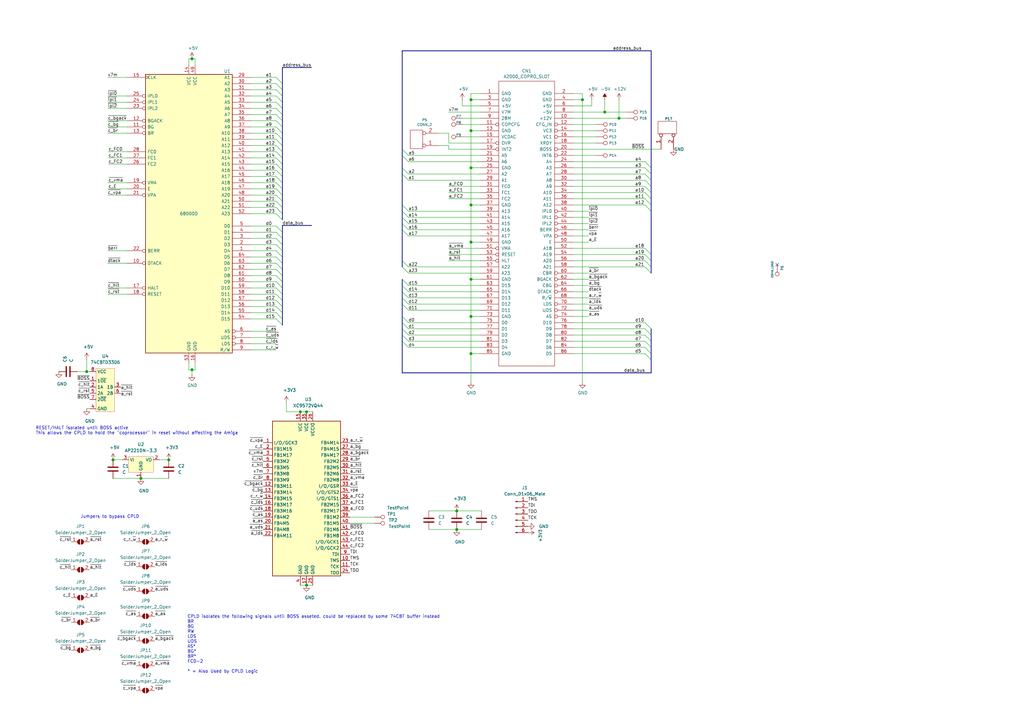
<source format=kicad_sch>
(kicad_sch (version 20210126) (generator eeschema)
  (paper "A3")
  (title_block (title "OpenAmiga2000CoproAdapter") (date "2019-02-14") (rev "2git") (company "SukkoPera") (comment 1 "Based on work by Kipper2K") (comment 2 "Licensed under CERN OHL v.1.2"))
  (lib_symbols
    (symbol "74CBTD3306:74CBTD3306"
      (property "Reference" "U" (at 0 10.16 0))
      (property "Value" "74CBTD3306" (at 3.81 -10.16 0))
      (symbol "74CBTD3306_1_1"
        (pin input line (at -2.54 3.81 0) (length 2.54) (name "1~OE") (number "1"))
        (pin bidirectional line (at -2.54 1.27 0) (length 2.54) (name "1A") (number "2"))
        (pin bidirectional line (at 10.16 1.27 180) (length 2.54) (name "1B") (number "3"))
        (pin power_in line (at -2.54 -7.62 0) (length 2.54) (name "GND") (number "4"))
        (pin bidirectional line (at -2.54 -1.27 0) (length 2.54) (name "2A") (number "5"))
        (pin bidirectional line (at 10.16 -1.27 180) (length 2.54) (name "2B") (number "6"))
        (pin input line (at -2.54 -3.81 0) (length 2.54) (name "2~OE") (number "7"))
        (pin power_in line (at -2.54 7.62 0) (length 2.54) (name "VCC") (number "8"))
      )
    )
    (symbol "A2000_COPRO_SLOT:A2000_COPRO_SLOT" (pin_names (offset 1.016))
      (property "Reference" "CN" (at 0 -2.54 0))
      (property "Value" "A2000_COPRO_SLOT" (at 0 2.54 0))
      (symbol "A2000_COPRO_SLOT_1_1"
        (pin power_out line (at -19.05 53.34 0) (length 7.62) (name "GND") (number "1"))
        (pin power_out line (at 19.05 43.18 180) (length 7.62) (name "+12V") (number "10"))
        (pin passive inverted (at -19.05 40.64 0) (length 7.62) (name "COPCFG") (number "11"))
        (pin passive inverted (at 19.05 40.64 180) (length 7.62) (name "CFG_IN") (number "12"))
        (pin passive line (at -19.05 38.1 0) (length 7.62) (name "GND") (number "13"))
        (pin passive inverted (at 19.05 38.1 180) (length 7.62) (name "VC3") (number "14"))
        (pin passive line (at -19.05 35.56 0) (length 7.62) (name "VCDAC") (number "15"))
        (pin passive inverted (at 19.05 35.56 180) (length 7.62) (name "VC1") (number "16"))
        (pin passive inverted (at -19.05 33.02 0) (length 7.62) (name "OVR") (number "17"))
        (pin passive line (at 19.05 33.02 180) (length 7.62) (name "XRDY") (number "18"))
        (pin passive inverted (at -19.05 30.48 0) (length 7.62) (name "INT2") (number "19"))
        (pin passive line (at 19.05 53.34 180) (length 7.62) (name "GND") (number "2"))
        (pin passive inverted (at 19.05 30.48 180) (length 7.62) (name "BOSS") (number "20"))
        (pin input line (at -19.05 27.94 0) (length 7.62) (name "A5") (number "21"))
        (pin passive inverted (at 19.05 27.94 180) (length 7.62) (name "INT6") (number "22"))
        (pin input line (at -19.05 25.4 0) (length 7.62) (name "A6") (number "23"))
        (pin input line (at 19.05 25.4 180) (length 7.62) (name "A4") (number "24"))
        (pin passive line (at -19.05 22.86 0) (length 7.62) (name "GND") (number "25"))
        (pin input line (at 19.05 22.86 180) (length 7.62) (name "A3") (number "26"))
        (pin input line (at -19.05 20.32 0) (length 7.62) (name "A2") (number "27"))
        (pin input line (at 19.05 20.32 180) (length 7.62) (name "A7") (number "28"))
        (pin input line (at -19.05 17.78 0) (length 7.62) (name "A1") (number "29"))
        (pin passive line (at -19.05 50.8 0) (length 7.62) (name "GND") (number "3"))
        (pin input line (at 19.05 17.78 180) (length 7.62) (name "A8") (number "30"))
        (pin passive line (at -19.05 15.24 0) (length 7.62) (name "FC0") (number "31"))
        (pin input line (at 19.05 15.24 180) (length 7.62) (name "A9") (number "32"))
        (pin passive line (at -19.05 12.7 0) (length 7.62) (name "FC1") (number "33"))
        (pin input line (at 19.05 12.7 180) (length 7.62) (name "A10") (number "34"))
        (pin passive line (at -19.05 10.16 0) (length 7.62) (name "FC2") (number "35"))
        (pin input line (at 19.05 10.16 180) (length 7.62) (name "A11") (number "36"))
        (pin passive line (at -19.05 7.62 0) (length 7.62) (name "GND") (number "37"))
        (pin input line (at 19.05 7.62 180) (length 7.62) (name "A12") (number "38"))
        (pin input line (at -19.05 5.08 0) (length 7.62) (name "A13") (number "39"))
        (pin passive line (at 19.05 50.8 180) (length 7.62) (name "GND") (number "4"))
        (pin passive inverted (at 19.05 5.08 180) (length 7.62) (name "IPL0") (number "40"))
        (pin input line (at -19.05 2.54 0) (length 7.62) (name "A14") (number "41"))
        (pin passive inverted (at 19.05 2.54 180) (length 7.62) (name "IPL1") (number "42"))
        (pin input line (at -19.05 0 0) (length 7.62) (name "A15") (number "43"))
        (pin passive inverted (at 19.05 0 180) (length 7.62) (name "IPL2") (number "44"))
        (pin input line (at -19.05 -2.54 0) (length 7.62) (name "A16") (number "45"))
        (pin passive inverted (at 19.05 -2.54 180) (length 7.62) (name "BERR") (number "46"))
        (pin input line (at -19.05 -5.08 0) (length 7.62) (name "A17") (number "47"))
        (pin passive inverted (at 19.05 -5.08 180) (length 7.62) (name "VPA") (number "48"))
        (pin passive line (at -19.05 -7.62 0) (length 7.62) (name "GND") (number "49"))
        (pin passive line (at -19.05 48.26 0) (length 7.62) (name "+5V") (number "5"))
        (pin passive line (at 19.05 -7.62 180) (length 7.62) (name "E") (number "50"))
        (pin passive inverted (at -19.05 -10.16 0) (length 7.62) (name "VMA") (number "51"))
        (pin input line (at 19.05 -10.16 180) (length 7.62) (name "A18") (number "52"))
        (pin passive inverted (at -19.05 -12.7 0) (length 7.62) (name "RESET") (number "53"))
        (pin input line (at 19.05 -12.7 180) (length 7.62) (name "A19") (number "54"))
        (pin passive inverted (at -19.05 -15.24 0) (length 7.62) (name "HLT") (number "55"))
        (pin input line (at 19.05 -15.24 180) (length 7.62) (name "A20") (number "56"))
        (pin input line (at -19.05 -17.78 0) (length 7.62) (name "A22") (number "57"))
        (pin input line (at 19.05 -17.78 180) (length 7.62) (name "A21") (number "58"))
        (pin input line (at -19.05 -20.32 0) (length 7.62) (name "A23") (number "59"))
        (pin power_out line (at 19.05 48.26 180) (length 7.62) (name "+5V") (number "6"))
        (pin passive inverted (at 19.05 -20.32 180) (length 7.62) (name "CBR") (number "60"))
        (pin passive line (at -19.05 -22.86 0) (length 7.62) (name "GND") (number "61"))
        (pin passive inverted (at 19.05 -22.86 180) (length 7.62) (name "BGACK") (number "62"))
        (pin bidirectional line (at -19.05 -25.4 0) (length 7.62) (name "D15") (number "63"))
        (pin passive inverted (at 19.05 -25.4 180) (length 7.62) (name "CBG") (number "64"))
        (pin bidirectional line (at -19.05 -27.94 0) (length 7.62) (name "D14") (number "65"))
        (pin passive inverted (at 19.05 -27.94 180) (length 7.62) (name "DTACK") (number "66"))
        (pin bidirectional line (at -19.05 -30.48 0) (length 7.62) (name "D13") (number "67"))
        (pin input line (at 19.05 -30.48 180) (length 7.62) (name "R/~W") (number "68"))
        (pin bidirectional line (at -19.05 -33.02 0) (length 7.62) (name "D12") (number "69"))
        (pin output line (at -19.05 45.72 0) (length 7.62) (name "V7M") (number "7"))
        (pin passive inverted (at 19.05 -33.02 180) (length 7.62) (name "LDS") (number "70"))
        (pin bidirectional line (at -19.05 -35.56 0) (length 7.62) (name "D11") (number "71"))
        (pin passive inverted (at 19.05 -35.56 180) (length 7.62) (name "UDS") (number "72"))
        (pin passive line (at -19.05 -38.1 0) (length 7.62) (name "GND") (number "73"))
        (pin passive inverted (at 19.05 -38.1 180) (length 7.62) (name "AS") (number "74"))
        (pin bidirectional line (at -19.05 -40.64 0) (length 7.62) (name "D0") (number "75"))
        (pin bidirectional line (at 19.05 -40.64 180) (length 7.62) (name "D10") (number "76"))
        (pin bidirectional line (at -19.05 -43.18 0) (length 7.62) (name "D1") (number "77"))
        (pin bidirectional line (at 19.05 -43.18 180) (length 7.62) (name "D9") (number "78"))
        (pin bidirectional line (at -19.05 -45.72 0) (length 7.62) (name "D2") (number "79"))
        (pin power_out line (at 19.05 45.72 180) (length 7.62) (name "-5V") (number "8"))
        (pin bidirectional line (at 19.05 -45.72 180) (length 7.62) (name "D8") (number "80"))
        (pin bidirectional line (at -19.05 -48.26 0) (length 7.62) (name "D3") (number "81"))
        (pin bidirectional line (at 19.05 -48.26 180) (length 7.62) (name "D7") (number "82"))
        (pin bidirectional line (at -19.05 -50.8 0) (length 7.62) (name "D4") (number "83"))
        (pin bidirectional line (at 19.05 -50.8 180) (length 7.62) (name "D6") (number "84"))
        (pin passive line (at -19.05 -53.34 0) (length 7.62) (name "GND") (number "85"))
        (pin bidirectional line (at 19.05 -53.34 180) (length 7.62) (name "D5") (number "86"))
        (pin output line (at -19.05 43.18 0) (length 7.62) (name "28M") (number "9"))
      )
    )
    (symbol "CPU_NXP_68000:68000D" (pin_names (offset 0.762))
      (property "Reference" "U" (at 0 2.54 0))
      (property "Value" "68000D" (at 0 -3.81 0))
      (symbol "68000D_1_1"
        (pin bidirectional line (at 25.4 -15.24 180) (length 7.62) (name "D4") (number "1"))
        (pin input inverted (at -25.4 -20.32 0) (length 7.62) (name "DTACK") (number "10"))
        (pin output inverted (at -25.4 35.56 0) (length 7.62) (name "BG") (number "11"))
        (pin input inverted (at -25.4 38.1 0) (length 7.62) (name "BGACK") (number "12"))
        (pin input inverted (at -25.4 33.02 0) (length 7.62) (name "BR") (number "13"))
        (pin power_in line (at 0 60.96 270) (length 3.81) (name "VCC") (number "14"))
        (pin input clock (at -25.4 55.88 0) (length 7.62) (name "CLK") (number "15"))
        (pin power_in line (at 2.54 -60.96 90) (length 3.81) (name "GND") (number "16"))
        (pin bidirectional inverted (at -25.4 -30.48 0) (length 7.62) (name "HALT") (number "17"))
        (pin bidirectional inverted (at -25.4 -33.02 0) (length 7.62) (name "RESET") (number "18"))
        (pin output inverted (at -25.4 12.7 0) (length 7.62) (name "VMA") (number "19"))
        (pin bidirectional line (at 25.4 -12.7 180) (length 7.62) (name "D3") (number "2"))
        (pin output line (at -25.4 10.16 0) (length 7.62) (name "E") (number "20"))
        (pin input inverted (at -25.4 7.62 0) (length 7.62) (name "VPA") (number "21"))
        (pin input inverted (at -25.4 -15.24 0) (length 7.62) (name "BERR") (number "22"))
        (pin input inverted (at -25.4 43.18 0) (length 7.62) (name "IPL2") (number "23"))
        (pin input inverted (at -25.4 45.72 0) (length 7.62) (name "IPL1") (number "24"))
        (pin input inverted (at -25.4 48.26 0) (length 7.62) (name "IPL0") (number "25"))
        (pin output line (at -25.4 20.32 0) (length 7.62) (name "FC2") (number "26"))
        (pin output line (at -25.4 22.86 0) (length 7.62) (name "FC1") (number "27"))
        (pin output line (at -25.4 25.4 0) (length 7.62) (name "FC0") (number "28"))
        (pin output line (at 25.4 55.88 180) (length 7.62) (name "A1") (number "29"))
        (pin bidirectional line (at 25.4 -10.16 180) (length 7.62) (name "D2") (number "3"))
        (pin output line (at 25.4 53.34 180) (length 7.62) (name "A2") (number "30"))
        (pin output line (at 25.4 50.8 180) (length 7.62) (name "A3") (number "31"))
        (pin output line (at 25.4 48.26 180) (length 7.62) (name "A4") (number "32"))
        (pin output line (at 25.4 45.72 180) (length 7.62) (name "A5") (number "33"))
        (pin output line (at 25.4 43.18 180) (length 7.62) (name "A6") (number "34"))
        (pin output line (at 25.4 40.64 180) (length 7.62) (name "A7") (number "35"))
        (pin output line (at 25.4 38.1 180) (length 7.62) (name "A8") (number "36"))
        (pin output line (at 25.4 35.56 180) (length 7.62) (name "A9") (number "37"))
        (pin output line (at 25.4 33.02 180) (length 7.62) (name "A10") (number "38"))
        (pin output line (at 25.4 30.48 180) (length 7.62) (name "A11") (number "39"))
        (pin bidirectional line (at 25.4 -7.62 180) (length 7.62) (name "D1") (number "4"))
        (pin output line (at 25.4 27.94 180) (length 7.62) (name "A12") (number "40"))
        (pin output line (at 25.4 25.4 180) (length 7.62) (name "A13") (number "41"))
        (pin output line (at 25.4 22.86 180) (length 7.62) (name "A14") (number "42"))
        (pin output line (at 25.4 20.32 180) (length 7.62) (name "A15") (number "43"))
        (pin output line (at 25.4 17.78 180) (length 7.62) (name "A16") (number "44"))
        (pin output line (at 25.4 15.24 180) (length 7.62) (name "A17") (number "45"))
        (pin output line (at 25.4 12.7 180) (length 7.62) (name "A18") (number "46"))
        (pin output line (at 25.4 10.16 180) (length 7.62) (name "A19") (number "47"))
        (pin output line (at 25.4 7.62 180) (length 7.62) (name "A20") (number "48"))
        (pin power_in line (at 2.54 60.96 270) (length 3.81) (name "VCC") (number "49"))
        (pin bidirectional line (at 25.4 -5.08 180) (length 7.62) (name "D0") (number "5"))
        (pin output line (at 25.4 5.08 180) (length 7.62) (name "A21") (number "50"))
        (pin output line (at 25.4 2.54 180) (length 7.62) (name "A22") (number "51"))
        (pin output line (at 25.4 0 180) (length 7.62) (name "A23") (number "52"))
        (pin power_in line (at 0 -60.96 90) (length 3.81) (name "GND") (number "53"))
        (pin bidirectional line (at 25.4 -43.18 180) (length 7.62) (name "D15") (number "54"))
        (pin bidirectional line (at 25.4 -40.64 180) (length 7.62) (name "D14") (number "55"))
        (pin bidirectional line (at 25.4 -38.1 180) (length 7.62) (name "D13") (number "56"))
        (pin bidirectional line (at 25.4 -35.56 180) (length 7.62) (name "D12") (number "57"))
        (pin bidirectional line (at 25.4 -33.02 180) (length 7.62) (name "D11") (number "58"))
        (pin bidirectional line (at 25.4 -30.48 180) (length 7.62) (name "D10") (number "59"))
        (pin output inverted (at 25.4 -48.26 180) (length 7.62) (name "AS") (number "6"))
        (pin bidirectional line (at 25.4 -27.94 180) (length 7.62) (name "D9") (number "60"))
        (pin bidirectional line (at 25.4 -25.4 180) (length 7.62) (name "D8") (number "61"))
        (pin bidirectional line (at 25.4 -22.86 180) (length 7.62) (name "D7") (number "62"))
        (pin bidirectional line (at 25.4 -20.32 180) (length 7.62) (name "D6") (number "63"))
        (pin bidirectional line (at 25.4 -17.78 180) (length 7.62) (name "D5") (number "64"))
        (pin output inverted (at 25.4 -50.8 180) (length 7.62) (name "UDS") (number "7"))
        (pin output inverted (at 25.4 -53.34 180) (length 7.62) (name "LDS") (number "8"))
        (pin output line (at 25.4 -55.88 180) (length 7.62) (name "R/W") (number "9"))
      )
    )
    (symbol "Connector:Conn_01x06_Male" (pin_names (offset 1.016) hide)
      (property "Reference" "J" (at 0 7.62 0))
      (property "Value" "Conn_01x06_Male" (at 0 -10.16 0))
      (symbol "Conn_01x06_Male_1_1"
        (pin passive line (at 5.08 5.08 180) (length 3.81) (name "Pin_1") (number "1"))
        (pin passive line (at 5.08 2.54 180) (length 3.81) (name "Pin_2") (number "2"))
        (pin passive line (at 5.08 0 180) (length 3.81) (name "Pin_3") (number "3"))
        (pin passive line (at 5.08 -2.54 180) (length 3.81) (name "Pin_4") (number "4"))
        (pin passive line (at 5.08 -5.08 180) (length 3.81) (name "Pin_5") (number "5"))
        (pin passive line (at 5.08 -7.62 180) (length 3.81) (name "Pin_6") (number "6"))
      )
    )
    (symbol "Connector:TestPoint" (pin_numbers hide) (pin_names (offset 0.762) hide)
      (property "Reference" "TP" (at 0 6.858 0))
      (property "Value" "TestPoint" (at 0 5.08 0))
      (symbol "TestPoint_1_1"
        (pin passive line (at 0 0 90) (length 2.54) (name "1") (number "1"))
      )
    )
    (symbol "Device:C" (pin_numbers hide) (pin_names (offset 0.254))
      (property "Reference" "C" (at 0.635 2.54 0))
      (property "Value" "C" (at 0.635 -2.54 0))
      (symbol "C_1_1"
        (pin passive line (at 0 3.81 270) (length 2.794) (name "~") (number "1"))
        (pin passive line (at 0 -3.81 90) (length 2.794) (name "~") (number "2"))
      )
    )
    (symbol "Jumper:SolderJumper_2_Open" (pin_names (offset 0) hide)
      (property "Reference" "JP" (at 0 2.032 0))
      (property "Value" "SolderJumper_2_Open" (at 0 -2.54 0))
      (symbol "SolderJumper_2_Open_1_1"
        (pin passive line (at -3.81 0 0) (length 2.54) (name "A") (number "1"))
        (pin passive line (at 3.81 0 180) (length 2.54) (name "B") (number "2"))
      )
    )
    (symbol "OpenAmiga2000CoproAdapter-rescue:CONN_1-conn" (pin_numbers hide) (pin_names (offset 0.762) hide)
      (property "Reference" "P" (at 2.032 0 0))
      (symbol "CONN_1-conn_1_1"
        (pin passive line (at -3.81 0 0) (length 2.54) (name "1") (number "1"))
      )
    )
    (symbol "OpenAmiga2000CoproAdapter-rescue:CONN_2-conn" (pin_names (offset 1.016) hide)
      (property "Reference" "P" (at -1.27 0 90))
      (property "Value" "CONN_2-conn" (at 1.27 0 90))
      (symbol "CONN_2-conn_1_1"
        (pin passive inverted (at -8.89 2.54 0) (length 6.35) (name "P1") (number "1"))
        (pin passive inverted (at -8.89 -2.54 0) (length 6.35) (name "PM") (number "2"))
      )
    )
    (symbol "XC9572VQ44:XC9572VQ44"
      (property "Reference" "U" (at -13.97 33.02 0))
      (property "Value" "XC9572VQ44" (at -13.97 -33.02 0))
      (symbol "XC9572VQ44_1_1"
        (pin bidirectional line (at -17.78 22.86 0) (length 3.81) (name "I/O/GCK3") (number "1"))
        (pin input line (at 17.78 -25.4 180) (length 3.81) (name "TMS") (number "10"))
        (pin input line (at 17.78 -27.94 180) (length 3.81) (name "TCK") (number "11"))
        (pin bidirectional line (at -17.78 5.08 0) (length 3.81) (name "FB3M11") (number "12"))
        (pin bidirectional line (at -17.78 2.54 0) (length 3.81) (name "FB3M14") (number "13"))
        (pin bidirectional line (at -17.78 0 0) (length 3.81) (name "FB3M15") (number "14"))
        (pin power_in line (at -2.54 35.56 270) (length 3.81) (name "VCC") (number "15"))
        (pin bidirectional line (at -17.78 -2.54 0) (length 3.81) (name "FB3M17") (number "16"))
        (pin power_in line (at 0 -35.56 90) (length 3.81) (name "GND") (number "17"))
        (pin bidirectional line (at -17.78 -5.08 0) (length 3.81) (name "FB3M16") (number "18"))
        (pin bidirectional line (at -17.78 -7.62 0) (length 3.81) (name "FB4M2") (number "19"))
        (pin bidirectional line (at -17.78 20.32 0) (length 3.81) (name "FB1M15") (number "2"))
        (pin bidirectional line (at -17.78 -10.16 0) (length 3.81) (name "FB4M5") (number "20"))
        (pin bidirectional line (at -17.78 -12.7 0) (length 3.81) (name "FB4M8") (number "21"))
        (pin bidirectional line (at -17.78 -15.24 0) (length 3.81) (name "FB4M11") (number "22"))
        (pin bidirectional line (at 17.78 22.86 180) (length 3.81) (name "FB4M14") (number "23"))
        (pin output line (at 17.78 -30.48 180) (length 3.81) (name "TDO") (number "24"))
        (pin power_in line (at 2.54 -35.56 90) (length 3.81) (name "GND") (number "25"))
        (pin power_in line (at 2.54 35.56 270) (length 3.81) (name "VCCIO") (number "26"))
        (pin bidirectional line (at 17.78 20.32 180) (length 3.81) (name "FB4M15") (number "27"))
        (pin bidirectional line (at 17.78 17.78 180) (length 3.81) (name "FB4M17") (number "28"))
        (pin bidirectional line (at 17.78 15.24 180) (length 3.81) (name "FB2M2") (number "29"))
        (pin bidirectional line (at -17.78 17.78 0) (length 3.81) (name "FB1M17") (number "3"))
        (pin bidirectional line (at 17.78 12.7 180) (length 3.81) (name "FB2M5") (number "30"))
        (pin bidirectional line (at 17.78 10.16 180) (length 3.81) (name "FB2M6") (number "31"))
        (pin bidirectional line (at 17.78 7.62 180) (length 3.81) (name "FB2M8") (number "32"))
        (pin bidirectional line (at 17.78 5.08 180) (length 3.81) (name "I/O/GSR") (number "33"))
        (pin bidirectional line (at 17.78 2.54 180) (length 3.81) (name "I/O/GTS2") (number "34"))
        (pin power_in line (at 0 35.56 270) (length 3.81) (name "VCC") (number "35"))
        (pin bidirectional line (at 17.78 0 180) (length 3.81) (name "I/O/GTS1") (number "36"))
        (pin bidirectional line (at 17.78 -2.54 180) (length 3.81) (name "FB2M15") (number "37"))
        (pin bidirectional line (at 17.78 -5.08 180) (length 3.81) (name "FB2M17") (number "38"))
        (pin bidirectional line (at 17.78 -7.62 180) (length 3.81) (name "FB1M2") (number "39"))
        (pin power_in line (at -2.54 -35.56 90) (length 3.81) (name "GND") (number "4"))
        (pin bidirectional line (at 17.78 -10.16 180) (length 3.81) (name "FB1M5") (number "40"))
        (pin bidirectional line (at 17.78 -12.7 180) (length 3.81) (name "FB1M6") (number "41"))
        (pin bidirectional line (at 17.78 -15.24 180) (length 3.81) (name "FB1M8") (number "42"))
        (pin bidirectional line (at 17.78 -17.78 180) (length 3.81) (name "I/O/GCK1") (number "43"))
        (pin bidirectional line (at 17.78 -20.32 180) (length 3.81) (name "I/O/GCK2") (number "44"))
        (pin bidirectional line (at -17.78 15.24 0) (length 3.81) (name "FB3M2") (number "5"))
        (pin bidirectional line (at -17.78 12.7 0) (length 3.81) (name "FB3M5") (number "6"))
        (pin bidirectional line (at -17.78 10.16 0) (length 3.81) (name "FB3M8") (number "7"))
        (pin bidirectional line (at -17.78 7.62 0) (length 3.81) (name "FB3M9") (number "8"))
        (pin input line (at 17.78 -22.86 180) (length 3.81) (name "TDI") (number "9"))
      )
    )
    (symbol "ap2210n:AP2210N"
      (property "Reference" "U" (at -3.81 5.08 0))
      (property "Value" "AP2210N" (at 0 2.54 0))
      (symbol "AP2210N_1_1"
        (pin input line (at 0 -7.62 90) (length 2.54) (name "GND") (number "1"))
        (pin input line (at -7.62 0 0) (length 2.54) (name "VI") (number "3"))
        (pin input line (at 7.62 0 180) (length 2.54) (name "VO") (number "2"))
      )
    )
    (symbol "power:+12V" (power) (pin_names (offset 0))
      (property "Value" "+12V" (at 0 3.556 0))
      (symbol "+12V_1_1"
        (pin power_in line (at 0 0 90) (length 0) hide (name "+12V") (number "1"))
      )
    )
    (symbol "power:+3.3V" (power) (pin_names (offset 0))
      (property "Value" "+3.3V" (at 0 3.556 0))
      (symbol "+3.3V_1_1"
        (pin power_in line (at 0 0 90) (length 0) hide (name "+3V3") (number "1"))
      )
    )
    (symbol "power:+5V" (power) (pin_names (offset 0))
      (property "Value" "+5V" (at 0 3.556 0))
      (symbol "+5V_1_1"
        (pin power_in line (at 0 0 90) (length 0) hide (name "+5V") (number "1"))
      )
    )
    (symbol "power:-5V" (power) (pin_names (offset 0))
      (property "Value" "-5V" (at 0 3.81 0))
      (symbol "-5V_0_0"
        (pin power_in line (at 0 0 90) (length 0) hide (name "-5V") (number "1"))
      )
    )
    (symbol "power:GND" (power) (pin_names (offset 0))
      (property "Value" "GND" (at 0 -3.81 0))
      (symbol "GND_1_1"
        (pin power_in line (at 0 0 270) (length 0) hide (name "GND") (number "1"))
      )
    )
  )
  (junction (at 35.56 152.4) (diameter 1.016))
  (junction (at 46.355 188.595) (diameter 1.016))
  (junction (at 57.785 196.215) (diameter 1.016))
  (junction (at 69.215 188.595) (diameter 1.016))
  (junction (at 78.74 24.13) (diameter 1.016))
  (junction (at 78.74 151.638) (diameter 1.016))
  (junction (at 123.19 168.91) (diameter 1.016))
  (junction (at 125.73 168.91) (diameter 1.016))
  (junction (at 125.73 240.03) (diameter 1.016))
  (junction (at 187.325 209.55) (diameter 1.016))
  (junction (at 187.325 217.17) (diameter 1.016))
  (junction (at 193.167 40.894) (diameter 1.016))
  (junction (at 193.167 53.594) (diameter 1.016))
  (junction (at 193.167 68.834) (diameter 1.016))
  (junction (at 193.167 84.074) (diameter 1.016))
  (junction (at 193.167 99.314) (diameter 1.016))
  (junction (at 193.167 114.554) (diameter 1.016))
  (junction (at 193.167 129.794) (diameter 1.016))
  (junction (at 193.167 145.034) (diameter 1.016))
  (junction (at 238.887 40.894) (diameter 1.016))
  (junction (at 248.031 45.974) (diameter 1.016))
  (junction (at 253.873 48.514) (diameter 1.016))
  (no_connect (at 318.77 108.585))
  (bus_entry (at 113.284 31.75) (size 2.54 2.54) (stroke (width 0.1524)))
  (bus_entry (at 113.284 34.29) (size 2.54 2.54) (stroke (width 0.1524)))
  (bus_entry (at 113.284 36.83) (size 2.54 2.54) (stroke (width 0.1524)))
  (bus_entry (at 113.284 39.37) (size 2.54 2.54) (stroke (width 0.1524)))
  (bus_entry (at 113.284 41.91) (size 2.54 2.54) (stroke (width 0.1524)))
  (bus_entry (at 113.284 44.45) (size 2.54 2.54) (stroke (width 0.1524)))
  (bus_entry (at 113.284 46.99) (size 2.54 2.54) (stroke (width 0.1524)))
  (bus_entry (at 113.284 49.53) (size 2.54 2.54) (stroke (width 0.1524)))
  (bus_entry (at 113.284 52.07) (size 2.54 2.54) (stroke (width 0.1524)))
  (bus_entry (at 113.284 54.61) (size 2.54 2.54) (stroke (width 0.1524)))
  (bus_entry (at 113.284 57.15) (size 2.54 2.54) (stroke (width 0.1524)))
  (bus_entry (at 113.284 59.69) (size 2.54 2.54) (stroke (width 0.1524)))
  (bus_entry (at 113.284 62.23) (size 2.54 2.54) (stroke (width 0.1524)))
  (bus_entry (at 113.284 64.77) (size 2.54 2.54) (stroke (width 0.1524)))
  (bus_entry (at 113.284 67.31) (size 2.54 2.54) (stroke (width 0.1524)))
  (bus_entry (at 113.284 69.85) (size 2.54 2.54) (stroke (width 0.1524)))
  (bus_entry (at 113.284 72.39) (size 2.54 2.54) (stroke (width 0.1524)))
  (bus_entry (at 113.284 74.93) (size 2.54 2.54) (stroke (width 0.1524)))
  (bus_entry (at 113.284 77.47) (size 2.54 2.54) (stroke (width 0.1524)))
  (bus_entry (at 113.284 80.01) (size 2.54 2.54) (stroke (width 0.1524)))
  (bus_entry (at 113.284 82.55) (size 2.54 2.54) (stroke (width 0.1524)))
  (bus_entry (at 113.284 85.09) (size 2.54 2.54) (stroke (width 0.1524)))
  (bus_entry (at 113.284 87.63) (size 2.54 2.54) (stroke (width 0.1524)))
  (bus_entry (at 113.284 92.71) (size 2.54 2.54) (stroke (width 0.1524)))
  (bus_entry (at 113.284 95.25) (size 2.54 2.54) (stroke (width 0.1524)))
  (bus_entry (at 113.284 97.79) (size 2.54 2.54) (stroke (width 0.1524)))
  (bus_entry (at 113.284 100.33) (size 2.54 2.54) (stroke (width 0.1524)))
  (bus_entry (at 113.284 102.87) (size 2.54 2.54) (stroke (width 0.1524)))
  (bus_entry (at 113.284 105.41) (size 2.54 2.54) (stroke (width 0.1524)))
  (bus_entry (at 113.284 107.95) (size 2.54 2.54) (stroke (width 0.1524)))
  (bus_entry (at 113.284 110.49) (size 2.54 2.54) (stroke (width 0.1524)))
  (bus_entry (at 113.284 113.03) (size 2.54 2.54) (stroke (width 0.1524)))
  (bus_entry (at 113.284 115.57) (size 2.54 2.54) (stroke (width 0.1524)))
  (bus_entry (at 113.284 118.11) (size 2.54 2.54) (stroke (width 0.1524)))
  (bus_entry (at 113.284 120.65) (size 2.54 2.54) (stroke (width 0.1524)))
  (bus_entry (at 113.284 123.19) (size 2.54 2.54) (stroke (width 0.1524)))
  (bus_entry (at 113.284 125.73) (size 2.54 2.54) (stroke (width 0.1524)))
  (bus_entry (at 113.284 128.27) (size 2.54 2.54) (stroke (width 0.1524)))
  (bus_entry (at 113.284 130.81) (size 2.54 2.54) (stroke (width 0.1524)))
  (bus_entry (at 164.973 61.214) (size 2.54 2.54) (stroke (width 0.1524)))
  (bus_entry (at 164.973 63.754) (size 2.54 2.54) (stroke (width 0.1524)))
  (bus_entry (at 164.973 68.834) (size 2.54 2.54) (stroke (width 0.1524)))
  (bus_entry (at 164.973 71.374) (size 2.54 2.54) (stroke (width 0.1524)))
  (bus_entry (at 164.973 84.074) (size 2.54 2.54) (stroke (width 0.1524)))
  (bus_entry (at 164.973 86.614) (size 2.54 2.54) (stroke (width 0.1524)))
  (bus_entry (at 164.973 89.154) (size 2.54 2.54) (stroke (width 0.1524)))
  (bus_entry (at 164.973 91.694) (size 2.54 2.54) (stroke (width 0.1524)))
  (bus_entry (at 164.973 94.234) (size 2.54 2.54) (stroke (width 0.1524)))
  (bus_entry (at 164.973 106.934) (size 2.54 2.54) (stroke (width 0.1524)))
  (bus_entry (at 164.973 109.474) (size 2.54 2.54) (stroke (width 0.1524)))
  (bus_entry (at 164.973 114.554) (size 2.54 2.54) (stroke (width 0.1524)))
  (bus_entry (at 164.973 117.094) (size 2.54 2.54) (stroke (width 0.1524)))
  (bus_entry (at 164.973 119.634) (size 2.54 2.54) (stroke (width 0.1524)))
  (bus_entry (at 164.973 122.174) (size 2.54 2.54) (stroke (width 0.1524)))
  (bus_entry (at 164.973 124.714) (size 2.54 2.54) (stroke (width 0.1524)))
  (bus_entry (at 164.973 129.794) (size 2.54 2.54) (stroke (width 0.1524)))
  (bus_entry (at 164.973 132.334) (size 2.54 2.54) (stroke (width 0.1524)))
  (bus_entry (at 164.973 134.874) (size 2.54 2.54) (stroke (width 0.1524)))
  (bus_entry (at 164.973 137.414) (size 2.54 2.54) (stroke (width 0.1524)))
  (bus_entry (at 164.973 139.954) (size 2.54 2.54) (stroke (width 0.1524)))
  (bus_entry (at 264.541 66.294) (size 2.54 2.54) (stroke (width 0.1524)))
  (bus_entry (at 264.541 68.834) (size 2.54 2.54) (stroke (width 0.1524)))
  (bus_entry (at 264.541 71.374) (size 2.54 2.54) (stroke (width 0.1524)))
  (bus_entry (at 264.541 73.914) (size 2.54 2.54) (stroke (width 0.1524)))
  (bus_entry (at 264.541 76.454) (size 2.54 2.54) (stroke (width 0.1524)))
  (bus_entry (at 264.541 78.994) (size 2.54 2.54) (stroke (width 0.1524)))
  (bus_entry (at 264.541 81.534) (size 2.54 2.54) (stroke (width 0.1524)))
  (bus_entry (at 264.541 84.074) (size 2.54 2.54) (stroke (width 0.1524)))
  (bus_entry (at 264.541 101.854) (size 2.54 2.54) (stroke (width 0.1524)))
  (bus_entry (at 264.541 104.394) (size 2.54 2.54) (stroke (width 0.1524)))
  (bus_entry (at 264.541 106.934) (size 2.54 2.54) (stroke (width 0.1524)))
  (bus_entry (at 264.541 109.474) (size 2.54 2.54) (stroke (width 0.1524)))
  (bus_entry (at 264.541 132.334) (size 2.54 2.54) (stroke (width 0.1524)))
  (bus_entry (at 264.541 134.874) (size 2.54 2.54) (stroke (width 0.1524)))
  (bus_entry (at 264.541 137.414) (size 2.54 2.54) (stroke (width 0.1524)))
  (bus_entry (at 264.541 139.954) (size 2.54 2.54) (stroke (width 0.1524)))
  (bus_entry (at 264.541 142.494) (size 2.54 2.54) (stroke (width 0.1524)))
  (bus_entry (at 264.541 145.034) (size 2.54 2.54) (stroke (width 0.1524)))
  (wire (pts (xy 31.75 152.4) (xy 35.56 152.4)))
  (wire (pts (xy 35.56 147.32) (xy 35.56 152.4)))
  (wire (pts (xy 35.56 167.64) (xy 36.83 167.64)))
  (wire (pts (xy 36.83 152.4) (xy 35.56 152.4)))
  (wire (pts (xy 44.45 62.23) (xy 52.07 62.23)))
  (wire (pts (xy 44.45 64.77) (xy 52.07 64.77)))
  (wire (pts (xy 44.45 67.31) (xy 52.07 67.31)))
  (wire (pts (xy 44.45 77.47) (xy 52.07 77.47)))
  (wire (pts (xy 46.355 188.595) (xy 50.165 188.595)))
  (wire (pts (xy 46.355 196.215) (xy 57.785 196.215)))
  (wire (pts (xy 52.07 31.75) (xy 44.196 31.75)))
  (wire (pts (xy 52.07 39.37) (xy 44.196 39.37)))
  (wire (pts (xy 52.07 41.91) (xy 44.196 41.91)))
  (wire (pts (xy 52.07 44.45) (xy 44.196 44.45)))
  (wire (pts (xy 52.07 49.53) (xy 44.196 49.53)))
  (wire (pts (xy 52.07 52.07) (xy 44.196 52.07)))
  (wire (pts (xy 52.07 54.61) (xy 44.196 54.61)))
  (wire (pts (xy 52.07 74.93) (xy 44.196 74.93)))
  (wire (pts (xy 52.07 80.01) (xy 44.196 80.01)))
  (wire (pts (xy 52.07 102.87) (xy 44.196 102.87)))
  (wire (pts (xy 52.07 107.95) (xy 44.196 107.95)))
  (wire (pts (xy 52.07 118.11) (xy 44.196 118.11)))
  (wire (pts (xy 52.07 120.65) (xy 44.196 120.65)))
  (wire (pts (xy 57.785 196.215) (xy 69.215 196.215)))
  (wire (pts (xy 65.405 188.595) (xy 69.215 188.595)))
  (wire (pts (xy 77.47 24.13) (xy 77.47 26.67)))
  (wire (pts (xy 77.47 24.13) (xy 78.74 24.13)))
  (wire (pts (xy 77.47 148.59) (xy 77.47 151.638)))
  (wire (pts (xy 77.47 151.638) (xy 78.74 151.638)))
  (wire (pts (xy 78.74 24.13) (xy 80.01 24.13)))
  (wire (pts (xy 78.74 151.638) (xy 80.01 151.638)))
  (wire (pts (xy 78.74 153.67) (xy 78.74 151.638)))
  (wire (pts (xy 80.01 26.67) (xy 80.01 24.13)))
  (wire (pts (xy 80.01 151.638) (xy 80.01 148.59)))
  (wire (pts (xy 102.87 31.75) (xy 113.284 31.75)))
  (wire (pts (xy 102.87 34.29) (xy 113.284 34.29)))
  (wire (pts (xy 102.87 36.83) (xy 113.284 36.83)))
  (wire (pts (xy 102.87 39.37) (xy 113.284 39.37)))
  (wire (pts (xy 102.87 41.91) (xy 113.284 41.91)))
  (wire (pts (xy 102.87 44.45) (xy 113.284 44.45)))
  (wire (pts (xy 102.87 46.99) (xy 113.284 46.99)))
  (wire (pts (xy 102.87 49.53) (xy 113.284 49.53)))
  (wire (pts (xy 102.87 52.07) (xy 113.284 52.07)))
  (wire (pts (xy 102.87 54.61) (xy 113.284 54.61)))
  (wire (pts (xy 102.87 57.15) (xy 113.284 57.15)))
  (wire (pts (xy 102.87 59.69) (xy 113.284 59.69)))
  (wire (pts (xy 102.87 62.23) (xy 113.284 62.23)))
  (wire (pts (xy 102.87 64.77) (xy 113.284 64.77)))
  (wire (pts (xy 102.87 67.31) (xy 113.284 67.31)))
  (wire (pts (xy 102.87 69.85) (xy 113.284 69.85)))
  (wire (pts (xy 102.87 72.39) (xy 113.284 72.39)))
  (wire (pts (xy 102.87 74.93) (xy 113.284 74.93)))
  (wire (pts (xy 102.87 77.47) (xy 113.284 77.47)))
  (wire (pts (xy 102.87 80.01) (xy 113.284 80.01)))
  (wire (pts (xy 102.87 82.55) (xy 113.284 82.55)))
  (wire (pts (xy 102.87 85.09) (xy 113.284 85.09)))
  (wire (pts (xy 102.87 87.63) (xy 113.284 87.63)))
  (wire (pts (xy 102.87 92.71) (xy 113.284 92.71)))
  (wire (pts (xy 102.87 95.25) (xy 113.284 95.25)))
  (wire (pts (xy 102.87 97.79) (xy 113.284 97.79)))
  (wire (pts (xy 102.87 100.33) (xy 113.284 100.33)))
  (wire (pts (xy 102.87 102.87) (xy 113.284 102.87)))
  (wire (pts (xy 102.87 105.41) (xy 113.284 105.41)))
  (wire (pts (xy 102.87 107.95) (xy 113.284 107.95)))
  (wire (pts (xy 102.87 110.49) (xy 113.284 110.49)))
  (wire (pts (xy 102.87 113.03) (xy 113.284 113.03)))
  (wire (pts (xy 102.87 115.57) (xy 113.284 115.57)))
  (wire (pts (xy 102.87 118.11) (xy 113.284 118.11)))
  (wire (pts (xy 102.87 120.65) (xy 113.284 120.65)))
  (wire (pts (xy 102.87 123.19) (xy 113.284 123.19)))
  (wire (pts (xy 102.87 125.73) (xy 113.284 125.73)))
  (wire (pts (xy 102.87 128.27) (xy 113.284 128.27)))
  (wire (pts (xy 102.87 130.81) (xy 113.284 130.81)))
  (wire (pts (xy 102.87 135.89) (xy 113.284 135.89)))
  (wire (pts (xy 102.87 138.43) (xy 113.284 138.43)))
  (wire (pts (xy 102.87 140.97) (xy 113.284 140.97)))
  (wire (pts (xy 102.87 143.51) (xy 113.284 143.51)))
  (wire (pts (xy 117.475 165.1) (xy 117.475 168.91)))
  (wire (pts (xy 123.19 168.91) (xy 117.475 168.91)))
  (wire (pts (xy 123.19 168.91) (xy 125.73 168.91)))
  (wire (pts (xy 123.19 240.03) (xy 125.73 240.03)))
  (wire (pts (xy 125.73 168.91) (xy 128.27 168.91)))
  (wire (pts (xy 125.73 240.03) (xy 128.27 240.03)))
  (wire (pts (xy 143.51 212.09) (xy 153.67 212.09)))
  (wire (pts (xy 143.51 214.63) (xy 153.67 214.63)))
  (wire (pts (xy 175.895 209.55) (xy 187.325 209.55)))
  (wire (pts (xy 175.895 217.17) (xy 187.325 217.17)))
  (wire (pts (xy 179.705 54.61) (xy 184.023 54.61)))
  (wire (pts (xy 179.705 59.69) (xy 184.023 59.69)))
  (wire (pts (xy 184.023 54.61) (xy 184.023 58.674)))
  (wire (pts (xy 184.023 58.674) (xy 196.977 58.674)))
  (wire (pts (xy 184.023 59.69) (xy 184.023 61.214)))
  (wire (pts (xy 184.023 61.214) (xy 196.977 61.214)))
  (wire (pts (xy 187.325 209.55) (xy 197.485 209.55)))
  (wire (pts (xy 187.325 217.17) (xy 197.485 217.17)))
  (wire (pts (xy 189.611 40.894) (xy 189.611 43.434)))
  (wire (pts (xy 189.611 43.434) (xy 196.977 43.434)))
  (wire (pts (xy 189.865 48.514) (xy 196.977 48.514)))
  (wire (pts (xy 189.865 51.054) (xy 196.977 51.054)))
  (wire (pts (xy 189.865 56.134) (xy 196.977 56.134)))
  (wire (pts (xy 193.167 38.354) (xy 193.167 40.894)))
  (wire (pts (xy 193.167 40.894) (xy 193.167 53.594)))
  (wire (pts (xy 193.167 53.594) (xy 193.167 68.834)))
  (wire (pts (xy 193.167 68.834) (xy 193.167 84.074)))
  (wire (pts (xy 193.167 84.074) (xy 193.167 99.314)))
  (wire (pts (xy 193.167 99.314) (xy 193.167 114.554)))
  (wire (pts (xy 193.167 114.554) (xy 193.167 129.794)))
  (wire (pts (xy 193.167 129.794) (xy 193.167 145.034)))
  (wire (pts (xy 193.167 145.034) (xy 193.167 156.718)))
  (wire (pts (xy 196.977 38.354) (xy 193.167 38.354)))
  (wire (pts (xy 196.977 40.894) (xy 193.167 40.894)))
  (wire (pts (xy 196.977 45.974) (xy 184.023 45.974)))
  (wire (pts (xy 196.977 53.594) (xy 193.167 53.594)))
  (wire (pts (xy 196.977 63.754) (xy 167.513 63.754)))
  (wire (pts (xy 196.977 66.294) (xy 167.513 66.294)))
  (wire (pts (xy 196.977 68.834) (xy 193.167 68.834)))
  (wire (pts (xy 196.977 71.374) (xy 167.513 71.374)))
  (wire (pts (xy 196.977 73.914) (xy 167.513 73.914)))
  (wire (pts (xy 196.977 76.454) (xy 184.023 76.454)))
  (wire (pts (xy 196.977 78.994) (xy 184.023 78.994)))
  (wire (pts (xy 196.977 81.534) (xy 184.023 81.534)))
  (wire (pts (xy 196.977 84.074) (xy 193.167 84.074)))
  (wire (pts (xy 196.977 86.614) (xy 167.513 86.614)))
  (wire (pts (xy 196.977 89.154) (xy 167.513 89.154)))
  (wire (pts (xy 196.977 91.694) (xy 167.513 91.694)))
  (wire (pts (xy 196.977 94.234) (xy 167.513 94.234)))
  (wire (pts (xy 196.977 96.774) (xy 167.513 96.774)))
  (wire (pts (xy 196.977 99.314) (xy 193.167 99.314)))
  (wire (pts (xy 196.977 101.854) (xy 184.023 101.854)))
  (wire (pts (xy 196.977 104.394) (xy 184.023 104.394)))
  (wire (pts (xy 196.977 106.934) (xy 184.023 106.934)))
  (wire (pts (xy 196.977 109.474) (xy 167.513 109.474)))
  (wire (pts (xy 196.977 112.014) (xy 167.513 112.014)))
  (wire (pts (xy 196.977 114.554) (xy 193.167 114.554)))
  (wire (pts (xy 196.977 117.094) (xy 167.513 117.094)))
  (wire (pts (xy 196.977 119.634) (xy 167.513 119.634)))
  (wire (pts (xy 196.977 122.174) (xy 167.513 122.174)))
  (wire (pts (xy 196.977 124.714) (xy 167.513 124.714)))
  (wire (pts (xy 196.977 127.254) (xy 167.513 127.254)))
  (wire (pts (xy 196.977 129.794) (xy 193.167 129.794)))
  (wire (pts (xy 196.977 132.334) (xy 167.513 132.334)))
  (wire (pts (xy 196.977 134.874) (xy 167.513 134.874)))
  (wire (pts (xy 196.977 137.414) (xy 167.513 137.414)))
  (wire (pts (xy 196.977 139.954) (xy 167.513 139.954)))
  (wire (pts (xy 196.977 142.494) (xy 167.513 142.494)))
  (wire (pts (xy 196.977 145.034) (xy 193.167 145.034)))
  (wire (pts (xy 235.077 38.354) (xy 238.887 38.354)))
  (wire (pts (xy 235.077 40.894) (xy 238.887 40.894)))
  (wire (pts (xy 235.077 43.434) (xy 242.697 43.434)))
  (wire (pts (xy 235.077 45.974) (xy 248.031 45.974)))
  (wire (pts (xy 235.077 48.514) (xy 253.873 48.514)))
  (wire (pts (xy 235.077 51.054) (xy 244.475 51.054)))
  (wire (pts (xy 235.077 53.594) (xy 244.475 53.594)))
  (wire (pts (xy 235.077 56.134) (xy 244.475 56.134)))
  (wire (pts (xy 235.077 58.674) (xy 244.475 58.674)))
  (wire (pts (xy 235.077 61.214) (xy 271.145 61.214)))
  (wire (pts (xy 235.077 63.754) (xy 244.475 63.754)))
  (wire (pts (xy 235.077 66.294) (xy 264.541 66.294)))
  (wire (pts (xy 235.077 68.834) (xy 264.541 68.834)))
  (wire (pts (xy 235.077 71.374) (xy 264.541 71.374)))
  (wire (pts (xy 235.077 73.914) (xy 264.541 73.914)))
  (wire (pts (xy 235.077 76.454) (xy 264.541 76.454)))
  (wire (pts (xy 235.077 78.994) (xy 264.541 78.994)))
  (wire (pts (xy 235.077 81.534) (xy 264.541 81.534)))
  (wire (pts (xy 235.077 84.074) (xy 264.541 84.074)))
  (wire (pts (xy 235.077 86.614) (xy 241.427 86.614)))
  (wire (pts (xy 235.077 89.154) (xy 241.427 89.154)))
  (wire (pts (xy 235.077 91.694) (xy 241.427 91.694)))
  (wire (pts (xy 235.077 94.234) (xy 241.427 94.234)))
  (wire (pts (xy 235.077 96.774) (xy 241.427 96.774)))
  (wire (pts (xy 235.077 99.314) (xy 241.427 99.314)))
  (wire (pts (xy 235.077 101.854) (xy 264.541 101.854)))
  (wire (pts (xy 235.077 104.394) (xy 264.541 104.394)))
  (wire (pts (xy 235.077 106.934) (xy 264.541 106.934)))
  (wire (pts (xy 235.077 109.474) (xy 264.541 109.474)))
  (wire (pts (xy 235.077 112.014) (xy 241.427 112.014)))
  (wire (pts (xy 235.077 114.554) (xy 241.427 114.554)))
  (wire (pts (xy 235.077 117.094) (xy 241.427 117.094)))
  (wire (pts (xy 235.077 119.634) (xy 241.427 119.634)))
  (wire (pts (xy 235.077 122.174) (xy 241.427 122.174)))
  (wire (pts (xy 235.077 124.714) (xy 241.427 124.714)))
  (wire (pts (xy 235.077 127.254) (xy 241.427 127.254)))
  (wire (pts (xy 235.077 129.794) (xy 241.427 129.794)))
  (wire (pts (xy 235.077 132.334) (xy 264.541 132.334)))
  (wire (pts (xy 235.077 134.874) (xy 264.541 134.874)))
  (wire (pts (xy 235.077 137.414) (xy 264.541 137.414)))
  (wire (pts (xy 235.077 139.954) (xy 264.541 139.954)))
  (wire (pts (xy 235.077 142.494) (xy 264.541 142.494)))
  (wire (pts (xy 235.077 145.034) (xy 264.541 145.034)))
  (wire (pts (xy 238.887 38.354) (xy 238.887 40.894)))
  (wire (pts (xy 238.887 40.894) (xy 238.887 156.718)))
  (wire (pts (xy 242.697 43.434) (xy 242.697 40.894)))
  (wire (pts (xy 248.031 45.974) (xy 248.031 40.894)))
  (wire (pts (xy 248.031 45.974) (xy 256.921 45.974)))
  (wire (pts (xy 253.873 48.514) (xy 253.873 40.894)))
  (wire (pts (xy 253.873 48.514) (xy 256.921 48.514)))
  (bus (pts (xy 115.824 27.686) (xy 115.824 34.29)))
  (bus (pts (xy 115.824 27.686) (xy 127.762 27.686)))
  (bus (pts (xy 115.824 34.29) (xy 115.824 36.83)))
  (bus (pts (xy 115.824 36.83) (xy 115.824 39.37)))
  (bus (pts (xy 115.824 39.37) (xy 115.824 41.91)))
  (bus (pts (xy 115.824 41.91) (xy 115.824 44.45)))
  (bus (pts (xy 115.824 44.45) (xy 115.824 46.99)))
  (bus (pts (xy 115.824 46.99) (xy 115.824 49.53)))
  (bus (pts (xy 115.824 49.53) (xy 115.824 52.07)))
  (bus (pts (xy 115.824 52.07) (xy 115.824 54.61)))
  (bus (pts (xy 115.824 54.61) (xy 115.824 57.15)))
  (bus (pts (xy 115.824 57.15) (xy 115.824 59.69)))
  (bus (pts (xy 115.824 59.69) (xy 115.824 62.23)))
  (bus (pts (xy 115.824 62.23) (xy 115.824 64.77)))
  (bus (pts (xy 115.824 64.77) (xy 115.824 67.31)))
  (bus (pts (xy 115.824 67.31) (xy 115.824 69.85)))
  (bus (pts (xy 115.824 69.85) (xy 115.824 72.39)))
  (bus (pts (xy 115.824 72.39) (xy 115.824 74.93)))
  (bus (pts (xy 115.824 74.93) (xy 115.824 77.47)))
  (bus (pts (xy 115.824 77.47) (xy 115.824 80.01)))
  (bus (pts (xy 115.824 80.01) (xy 115.824 82.55)))
  (bus (pts (xy 115.824 82.55) (xy 115.824 85.09)))
  (bus (pts (xy 115.824 85.09) (xy 115.824 87.63)))
  (bus (pts (xy 115.824 87.63) (xy 115.824 90.17)))
  (bus (pts (xy 115.824 92.456) (xy 115.824 95.25)))
  (bus (pts (xy 115.824 92.456) (xy 127.762 92.456)))
  (bus (pts (xy 115.824 95.25) (xy 115.824 97.79)))
  (bus (pts (xy 115.824 97.79) (xy 115.824 100.33)))
  (bus (pts (xy 115.824 100.33) (xy 115.824 102.87)))
  (bus (pts (xy 115.824 102.87) (xy 115.824 105.41)))
  (bus (pts (xy 115.824 105.41) (xy 115.824 107.95)))
  (bus (pts (xy 115.824 107.95) (xy 115.824 110.49)))
  (bus (pts (xy 115.824 110.49) (xy 115.824 113.03)))
  (bus (pts (xy 115.824 113.03) (xy 115.824 115.57)))
  (bus (pts (xy 115.824 115.57) (xy 115.824 118.11)))
  (bus (pts (xy 115.824 118.11) (xy 115.824 120.65)))
  (bus (pts (xy 115.824 120.65) (xy 115.824 123.19)))
  (bus (pts (xy 115.824 123.19) (xy 115.824 125.73)))
  (bus (pts (xy 115.824 125.73) (xy 115.824 128.27)))
  (bus (pts (xy 115.824 128.27) (xy 115.824 130.81)))
  (bus (pts (xy 115.824 130.81) (xy 115.824 133.35)))
  (bus (pts (xy 164.973 20.828) (xy 164.973 61.214)))
  (bus (pts (xy 164.973 61.214) (xy 164.973 63.754)))
  (bus (pts (xy 164.973 63.754) (xy 164.973 68.834)))
  (bus (pts (xy 164.973 68.834) (xy 164.973 71.374)))
  (bus (pts (xy 164.973 71.374) (xy 164.973 84.074)))
  (bus (pts (xy 164.973 84.074) (xy 164.973 86.614)))
  (bus (pts (xy 164.973 86.614) (xy 164.973 89.154)))
  (bus (pts (xy 164.973 89.154) (xy 164.973 91.694)))
  (bus (pts (xy 164.973 91.694) (xy 164.973 94.234)))
  (bus (pts (xy 164.973 94.234) (xy 164.973 106.934)))
  (bus (pts (xy 164.973 106.934) (xy 164.973 109.474)))
  (bus (pts (xy 164.973 114.554) (xy 164.973 117.094)))
  (bus (pts (xy 164.973 117.094) (xy 164.973 119.634)))
  (bus (pts (xy 164.973 119.634) (xy 164.973 122.174)))
  (bus (pts (xy 164.973 122.174) (xy 164.973 124.714)))
  (bus (pts (xy 164.973 124.714) (xy 164.973 129.794)))
  (bus (pts (xy 164.973 129.794) (xy 164.973 132.334)))
  (bus (pts (xy 164.973 132.334) (xy 164.973 134.874)))
  (bus (pts (xy 164.973 134.874) (xy 164.973 137.414)))
  (bus (pts (xy 164.973 137.414) (xy 164.973 139.954)))
  (bus (pts (xy 164.973 139.954) (xy 164.973 152.908)))
  (bus (pts (xy 164.973 152.908) (xy 267.081 152.908)))
  (bus (pts (xy 267.081 20.828) (xy 164.973 20.828)))
  (bus (pts (xy 267.081 20.828) (xy 267.081 68.834)))
  (bus (pts (xy 267.081 68.834) (xy 267.081 71.374)))
  (bus (pts (xy 267.081 71.374) (xy 267.081 73.914)))
  (bus (pts (xy 267.081 73.914) (xy 267.081 76.454)))
  (bus (pts (xy 267.081 76.454) (xy 267.081 78.994)))
  (bus (pts (xy 267.081 78.994) (xy 267.081 81.534)))
  (bus (pts (xy 267.081 81.534) (xy 267.081 84.074)))
  (bus (pts (xy 267.081 84.074) (xy 267.081 86.614)))
  (bus (pts (xy 267.081 86.614) (xy 267.081 104.394)))
  (bus (pts (xy 267.081 104.394) (xy 267.081 106.934)))
  (bus (pts (xy 267.081 106.934) (xy 267.081 109.474)))
  (bus (pts (xy 267.081 109.474) (xy 267.081 112.014)))
  (bus (pts (xy 267.081 134.874) (xy 267.081 137.414)))
  (bus (pts (xy 267.081 137.414) (xy 267.081 139.954)))
  (bus (pts (xy 267.081 139.954) (xy 267.081 142.494)))
  (bus (pts (xy 267.081 142.494) (xy 267.081 145.034)))
  (bus (pts (xy 267.081 145.034) (xy 267.081 147.574)))
  (bus (pts (xy 267.081 147.574) (xy 267.081 152.908)))
  (text "RESET/HALT isolated until BOSS active\nThis allows the CPLD to hold the \"coprocessor\" in reset without affecting the Amiga\n" (at 14.605 178.435 0) (effects (font (size 1.27 1.27)) (justify left bottom)))
  (text "Jumpers to bypass CPLD" (at 57.15 212.725 180) (effects (font (size 1.27 1.27)) (justify right bottom)))
  (text "CPLD isolates the following signals until BOSS asseted. could be replaced by some 74CBT buffer instead\nBR\nBG\nRW\nLDS\nUDS\nAS*\nBG*\nBR*\nFC0-2\n\n* = Also Used by CPLD Logic" (at 76.835 276.225 0) (effects (font (size 1.27 1.27)) (justify left bottom)))
  (label "~c_rst" (at 29.21 222.25 180))
  (label "~c_hlt" (at 29.21 233.68 180))
  (label "c_E" (at 29.21 245.11 180))
  (label "~c_br" (at 29.21 255.27 180))
  (label "~c_bg" (at 29.21 266.7 180))
  (label "~BOSS" (at 36.83 156.21 180))
  (label "~c_hlt" (at 36.83 158.75 180))
  (label "~c_rst" (at 36.83 161.29 180))
  (label "~BOSS" (at 36.83 163.83 180))
  (label "~a_rst" (at 36.83 222.25 0))
  (label "~a_hlt" (at 36.83 233.68 0))
  (label "a_E" (at 36.83 245.11 0))
  (label "~a_br" (at 36.83 255.27 0))
  (label "~a_bg" (at 36.83 266.7 0))
  (label "v7m" (at 44.196 31.75 0))
  (label "~ipl0" (at 44.196 39.37 0))
  (label "~ipl1" (at 44.196 41.91 0))
  (label "~ipl2" (at 44.196 44.45 0))
  (label "~c_bgack" (at 44.196 49.53 0))
  (label "~c_bg" (at 44.196 52.07 0))
  (label "~c_br" (at 44.196 54.61 0))
  (label "~c_vpa" (at 44.196 80.01 0))
  (label "~berr" (at 44.196 102.87 0))
  (label "~dtack" (at 44.196 107.95 0))
  (label "~c_hlt" (at 44.196 118.11 0))
  (label "~c_rst" (at 44.196 120.65 0))
  (label "c_FC0" (at 44.45 62.23 0))
  (label "c_FC1" (at 44.45 64.77 0))
  (label "c_FC2" (at 44.45 67.31 0))
  (label "~c_vma" (at 44.45 74.93 0))
  (label "c_E" (at 44.45 77.47 0))
  (label "~a_hlt" (at 49.53 160.02 0))
  (label "~a_rst" (at 49.53 162.56 0))
  (label "c_r_~w" (at 55.88 222.25 180))
  (label "~c_lds" (at 55.88 232.41 180))
  (label "~c_uds" (at 55.88 242.57 180))
  (label "~c_as" (at 55.88 252.73 180))
  (label "~c_bgack" (at 55.88 262.89 180))
  (label "~c_vma" (at 55.88 273.05 180))
  (label "~c_vpa" (at 55.88 283.21 180))
  (label "a_r_~w" (at 63.5 222.25 0))
  (label "~a_lds" (at 63.5 232.41 0))
  (label "~a_uds" (at 63.5 242.57 0))
  (label "~a_as" (at 63.5 252.73 0))
  (label "~a_bgack" (at 63.5 262.89 0))
  (label "~a_vma" (at 63.5 273.05 0))
  (label "~vpa" (at 63.5 283.21 0))
  (label "~c_vpa" (at 107.95 181.61 180))
  (label "c_E" (at 107.95 184.15 180))
  (label "~c_vma" (at 107.95 186.69 180))
  (label "~c_rst" (at 107.95 189.23 180))
  (label "~c_hlt" (at 107.95 191.77 180))
  (label "v7m" (at 107.95 194.31 180))
  (label "~c_br" (at 107.95 196.85 180))
  (label "~c_bgack" (at 107.95 199.39 180))
  (label "~c_bg" (at 107.95 201.93 180))
  (label "c_r_~w" (at 107.95 204.47 180))
  (label "~c_lds" (at 107.95 207.01 180))
  (label "~c_uds" (at 107.95 209.55 180))
  (label "~c_as" (at 107.95 212.09 180))
  (label "~a_as" (at 107.95 214.63 180))
  (label "~a_uds" (at 107.95 217.17 180))
  (label "~a_lds" (at 107.95 219.71 180))
  (label "a1" (at 108.966 31.75 0))
  (label "a2" (at 108.966 34.29 0))
  (label "a3" (at 108.966 36.83 0))
  (label "a4" (at 108.966 39.37 0))
  (label "a5" (at 108.966 41.91 0))
  (label "a6" (at 108.966 44.45 0))
  (label "a7" (at 108.966 46.99 0))
  (label "a8" (at 108.966 49.53 0))
  (label "a9" (at 108.966 52.07 0))
  (label "a10" (at 108.966 54.61 0))
  (label "a11" (at 108.966 57.15 0))
  (label "a12" (at 108.966 59.69 0))
  (label "a13" (at 108.966 62.23 0))
  (label "a14" (at 108.966 64.77 0))
  (label "a15" (at 108.966 67.31 0))
  (label "a16" (at 108.966 69.85 0))
  (label "a17" (at 108.966 72.39 0))
  (label "a18" (at 108.966 74.93 0))
  (label "a19" (at 108.966 77.47 0))
  (label "a20" (at 108.966 80.01 0))
  (label "a21" (at 108.966 82.55 0))
  (label "a22" (at 108.966 85.09 0))
  (label "a23" (at 108.966 87.63 0))
  (label "d0" (at 108.966 92.71 0))
  (label "d1" (at 108.966 95.25 0))
  (label "d2" (at 108.966 97.79 0))
  (label "d3" (at 108.966 100.33 0))
  (label "d4" (at 108.966 102.87 0))
  (label "d5" (at 108.966 105.41 0))
  (label "d6" (at 108.966 107.95 0))
  (label "d7" (at 108.966 110.49 0))
  (label "d8" (at 108.966 113.03 0))
  (label "d9" (at 108.966 115.57 0))
  (label "d10" (at 108.966 118.11 0))
  (label "d11" (at 108.966 120.65 0))
  (label "d12" (at 108.966 123.19 0))
  (label "d13" (at 108.966 125.73 0))
  (label "d14" (at 108.966 128.27 0))
  (label "d15" (at 108.966 130.81 0))
  (label "~c_as" (at 108.966 135.89 0))
  (label "~c_uds" (at 108.966 138.43 0))
  (label "~c_lds" (at 108.966 140.97 0))
  (label "c_r_~w" (at 108.966 143.51 0))
  (label "address_bus" (at 115.824 27.686 0))
  (label "data_bus" (at 115.824 92.456 0))
  (label "a_r_~w" (at 143.51 181.61 0))
  (label "~a_bg" (at 143.51 184.15 0))
  (label "~a_bgack" (at 143.51 186.69 0))
  (label "~a_br" (at 143.51 189.23 0))
  (label "~a_hlt" (at 143.51 191.77 0))
  (label "~a_rst" (at 143.51 194.31 0))
  (label "~a_vma" (at 143.51 196.85 0))
  (label "a_E" (at 143.51 199.39 0))
  (label "~vpa" (at 143.51 201.93 0))
  (label "a_FC2" (at 143.51 204.47 0))
  (label "a_FC1" (at 143.51 207.01 0))
  (label "a_FC0" (at 143.51 209.55 0))
  (label "~BOSS" (at 143.51 217.17 0))
  (label "c_FC0" (at 143.51 219.71 0))
  (label "c_FC1" (at 143.51 222.25 0))
  (label "c_FC2" (at 143.51 224.79 0))
  (label "TDI" (at 143.51 227.33 0))
  (label "TMS" (at 143.51 229.87 0))
  (label "TCK" (at 143.51 232.41 0))
  (label "TDO" (at 143.51 234.95 0))
  (label "a5" (at 167.513 63.754 0))
  (label "a6" (at 167.513 66.294 0))
  (label "a2" (at 167.513 71.374 0))
  (label "a1" (at 167.513 73.914 0))
  (label "a13" (at 167.513 86.614 0))
  (label "a14" (at 167.513 89.154 0))
  (label "a15" (at 167.513 91.694 0))
  (label "a16" (at 167.513 94.234 0))
  (label "a17" (at 167.513 96.774 0))
  (label "a22" (at 167.513 109.474 0))
  (label "a23" (at 167.513 112.014 0))
  (label "d15" (at 167.513 117.094 0))
  (label "d14" (at 167.513 119.634 0))
  (label "d13" (at 167.513 122.174 0))
  (label "d12" (at 167.513 124.714 0))
  (label "d11" (at 167.513 127.254 0))
  (label "d0" (at 167.513 132.334 0))
  (label "d1" (at 167.513 134.874 0))
  (label "d2" (at 167.513 137.414 0))
  (label "d3" (at 167.513 139.954 0))
  (label "d4" (at 167.513 142.494 0))
  (label "v7m" (at 184.023 45.974 0))
  (label "a_FC0" (at 184.023 76.454 0))
  (label "a_FC1" (at 184.023 78.994 0))
  (label "a_FC2" (at 184.023 81.534 0))
  (label "~a_vma" (at 184.023 101.854 0))
  (label "~a_rst" (at 184.023 104.394 0))
  (label "~a_hlt" (at 184.023 106.934 0))
  (label "TMS" (at 216.535 205.74 0))
  (label "TDI" (at 216.535 208.28 0))
  (label "TDO" (at 216.535 210.82 0))
  (label "TCK" (at 216.535 213.36 0))
  (label "~ipl0" (at 241.427 86.614 0))
  (label "~ipl1" (at 241.427 89.154 0))
  (label "~ipl2" (at 241.427 91.694 0))
  (label "~berr" (at 241.427 94.234 0))
  (label "~vpa" (at 241.427 96.774 0))
  (label "a_E" (at 241.427 99.314 0))
  (label "~a_br" (at 241.427 112.014 0))
  (label "~a_bgack" (at 241.427 114.554 0))
  (label "~a_bg" (at 241.427 117.094 0))
  (label "~dtack" (at 241.427 119.634 0))
  (label "a_r_~w" (at 241.427 122.174 0))
  (label "~a_lds" (at 241.427 124.714 0))
  (label "~a_uds" (at 241.427 127.254 0))
  (label "~a_as" (at 241.427 129.794 0))
  (label "address_bus" (at 251.333 20.828 0))
  (label "data_bus" (at 255.905 152.908 0))
  (label "~BOSS" (at 259.08 61.214 0))
  (label "a4" (at 260.477 66.294 0))
  (label "a3" (at 260.477 68.834 0))
  (label "a7" (at 260.477 71.374 0))
  (label "a8" (at 260.477 73.914 0))
  (label "a9" (at 260.477 76.454 0))
  (label "a10" (at 260.477 78.994 0))
  (label "a11" (at 260.477 81.534 0))
  (label "a12" (at 260.477 84.074 0))
  (label "a18" (at 260.477 101.854 0))
  (label "a19" (at 260.477 104.394 0))
  (label "a20" (at 260.477 106.934 0))
  (label "a21" (at 260.477 109.474 0))
  (label "d10" (at 260.477 132.334 0))
  (label "d9" (at 260.477 134.874 0))
  (label "d8" (at 260.477 137.414 0))
  (label "d7" (at 260.477 139.954 0))
  (label "d6" (at 260.477 142.494 0))
  (label "d5" (at 260.477 145.034 0))
  (symbol (lib_id "Connector:TestPoint") (at 153.67 212.09 270) (unit 1)
    (property "Reference" "TP1" (at 158.75 210.82 90) (effects (justify left)))
    (property "Value" "TestPoint" (at 158.75 208.28 90) (effects (justify left)))
    (property "Footprint" "TestPoint:TestPoint_Pad_D1.0mm" (effects hide))
  )
  (symbol (lib_id "Connector:TestPoint") (at 153.67 214.63 270) (unit 1)
    (property "Reference" "TP2" (at 159.385 213.36 90) (effects (justify left)))
    (property "Value" "TestPoint" (at 159.385 215.9 90) (effects (justify left)))
    (property "Footprint" "TestPoint:TestPoint_Pad_D1.0mm" (effects hide))
  )
  (symbol (lib_id "power:+5V") (at 35.56 147.32 0) (unit 1)
    (property "Reference" "#PWR015" (effects hide))
    (property "Value" "+5V" (at 36.195 142.24 0))
  )
  (symbol (lib_id "power:+5V") (at 46.355 188.595 0) (unit 1)
    (property "Reference" "#PWR010" (effects hide))
    (property "Value" "+5V" (at 46.99 183.515 0))
  )
  (symbol (lib_id "power:+3.3V") (at 69.215 188.595 0) (unit 1)
    (property "Reference" "#PWR012" (effects hide))
    (property "Value" "+3.3V" (at 70.485 183.515 0))
  )
  (symbol (lib_id "power:+5V") (at 78.74 24.13 0) (unit 1)
    (property "Reference" "#PWR0103" (effects hide))
    (property "Value" "+5V" (at 79.121 19.7358 0))
  )
  (symbol (lib_id "power:+3.3V") (at 117.475 165.1 0) (unit 1)
    (property "Reference" "#PWR013" (effects hide))
    (property "Value" "+3.3V" (at 118.745 160.02 0))
  )
  (symbol (lib_id "power:+3.3V") (at 187.325 209.55 0) (unit 1)
    (property "Reference" "#PWR0101" (effects hide))
    (property "Value" "+3.3V" (at 188.595 204.47 0))
  )
  (symbol (lib_id "power:+5V") (at 189.611 40.894 0) (unit 1)
    (property "Reference" "#PWR03" (effects hide))
    (property "Value" "+5V" (at 189.992 36.4998 0))
  )
  (symbol (lib_id "power:+3.3V") (at 216.535 218.44 270) (unit 1)
    (property "Reference" "#PWR018" (effects hide))
    (property "Value" "+3.3V" (at 221.615 219.71 0))
  )
  (symbol (lib_id "power:+5V") (at 242.697 40.894 0) (unit 1)
    (property "Reference" "#PWR06" (effects hide))
    (property "Value" "+5V" (at 243.078 36.4998 0))
  )
  (symbol (lib_id "power:-5V") (at 248.031 40.894 0) (unit 1)
    (property "Reference" "#PWR07" (effects hide))
    (property "Value" "-5V" (at 248.412 36.4998 0))
  )
  (symbol (lib_id "power:+12V") (at 253.873 40.894 0) (unit 1)
    (property "Reference" "#PWR08" (effects hide))
    (property "Value" "+12V" (at 254.254 36.4998 0))
  )
  (symbol (lib_id "OpenAmiga2000CoproAdapter-rescue:CONN_1-conn") (at 186.055 48.514 0) (mirror y) (unit 1)
    (property "Reference" "P7" (at 188.087 47.752 0) (effects (font (size 1.016 1.016))))
    (property "Value" "CONN_1" (effects hide))
    (property "Footprint" "TestPoint:TestPoint_Pad_D1.5mm" (effects hide))
  )
  (symbol (lib_id "OpenAmiga2000CoproAdapter-rescue:CONN_1-conn") (at 186.055 51.054 0) (mirror y) (unit 1)
    (property "Reference" "P8" (at 188.087 50.292 0) (effects (font (size 1.016 1.016))))
    (property "Value" "CONN_1" (effects hide))
    (property "Footprint" "TestPoint:TestPoint_Pad_D1.5mm" (effects hide))
  )
  (symbol (lib_id "OpenAmiga2000CoproAdapter-rescue:CONN_1-conn") (at 186.055 56.134 0) (mirror y) (unit 1)
    (property "Reference" "P9" (at 188.087 55.372 0) (effects (font (size 1.016 1.016))))
    (property "Value" "CONN_1" (effects hide))
    (property "Footprint" "TestPoint:TestPoint_Pad_D1.5mm" (effects hide))
  )
  (symbol (lib_id "OpenAmiga2000CoproAdapter-rescue:CONN_1-conn") (at 248.285 51.054 0) (unit 1)
    (property "Reference" "P10" (at 249.7836 51.054 0) (effects (font (size 1.016 1.016)) (justify left)))
    (property "Value" "CONN_1" (effects hide))
    (property "Footprint" "TestPoint:TestPoint_Pad_D1.5mm" (effects hide))
  )
  (symbol (lib_id "OpenAmiga2000CoproAdapter-rescue:CONN_1-conn") (at 248.285 53.594 0) (unit 1)
    (property "Reference" "P11" (at 249.7836 53.594 0) (effects (font (size 1.016 1.016)) (justify left)))
    (property "Value" "CONN_1" (effects hide))
    (property "Footprint" "TestPoint:TestPoint_Pad_D1.5mm" (effects hide))
  )
  (symbol (lib_id "OpenAmiga2000CoproAdapter-rescue:CONN_1-conn") (at 248.285 56.134 0) (unit 1)
    (property "Reference" "P12" (at 249.7836 56.134 0) (effects (font (size 1.016 1.016)) (justify left)))
    (property "Value" "CONN_1" (effects hide))
    (property "Footprint" "TestPoint:TestPoint_Pad_D1.5mm" (effects hide))
  )
  (symbol (lib_id "OpenAmiga2000CoproAdapter-rescue:CONN_1-conn") (at 248.285 58.674 0) (unit 1)
    (property "Reference" "P13" (at 249.7836 58.674 0) (effects (font (size 1.016 1.016)) (justify left)))
    (property "Value" "CONN_1" (effects hide))
    (property "Footprint" "TestPoint:TestPoint_Pad_D1.5mm" (effects hide))
  )
  (symbol (lib_id "OpenAmiga2000CoproAdapter-rescue:CONN_1-conn") (at 248.285 63.754 0) (unit 1)
    (property "Reference" "P14" (at 249.7836 63.754 0) (effects (font (size 1.016 1.016)) (justify left)))
    (property "Value" "CONN_1" (effects hide))
    (property "Footprint" "TestPoint:TestPoint_Pad_D1.5mm" (effects hide))
  )
  (symbol (lib_id "OpenAmiga2000CoproAdapter-rescue:CONN_1-conn") (at 260.731 45.974 0) (unit 1)
    (property "Reference" "P15" (at 262.2296 45.974 0) (effects (font (size 1.016 1.016)) (justify left)))
    (property "Value" "CONN_1" (effects hide))
    (property "Footprint" "TestPoint:TestPoint_Pad_D1.5mm" (effects hide))
  )
  (symbol (lib_id "OpenAmiga2000CoproAdapter-rescue:CONN_1-conn") (at 260.731 48.514 0) (unit 1)
    (property "Reference" "P16" (at 262.2296 48.514 0) (effects (font (size 1.016 1.016)) (justify left)))
    (property "Value" "CONN_1" (effects hide))
    (property "Footprint" "TestPoint:TestPoint_Pad_D1.5mm" (effects hide))
  )
  (symbol (lib_id "OpenAmiga2000CoproAdapter-rescue:CONN_1-conn") (at 318.77 112.395 270) (unit 1)
    (property "Reference" "P6" (at 320.802 108.839 0) (effects (font (size 1.016 1.016)) (justify left)))
    (property "Value" "OSHW_LOGO" (at 316.738 107.061 0) (effects (font (size 0.762 0.762)) (justify left)))
    (property "Footprint" "Symbol:OSHW-Logo_7.5x8mm_Copper" (effects hide))
  )
  (symbol (lib_id "power:GND") (at 24.13 152.4 0) (unit 1)
    (property "Reference" "#PWR01" (effects hide))
    (property "Value" "GND" (at 25.4 157.48 0))
  )
  (symbol (lib_id "power:GND") (at 35.56 167.64 0) (unit 1)
    (property "Reference" "#PWR016" (effects hide))
    (property "Value" "GND" (at 36.83 172.72 0))
  )
  (symbol (lib_id "power:GND") (at 57.785 196.215 0) (unit 1)
    (property "Reference" "#PWR011" (effects hide))
    (property "Value" "GND" (at 59.055 201.295 0))
  )
  (symbol (lib_id "power:GND") (at 78.74 153.67 0) (unit 1)
    (property "Reference" "#PWR02" (effects hide))
    (property "Value" "GND" (at 78.867 158.0642 0))
  )
  (symbol (lib_id "power:GND") (at 125.73 240.03 0) (unit 1)
    (property "Reference" "#PWR014" (effects hide))
    (property "Value" "GND" (at 127 245.11 0))
  )
  (symbol (lib_id "power:GND") (at 187.325 217.17 0) (unit 1)
    (property "Reference" "#PWR0102" (effects hide))
    (property "Value" "GND" (at 188.595 222.25 0))
  )
  (symbol (lib_id "power:GND") (at 193.167 156.718 0) (unit 1)
    (property "Reference" "#PWR04" (effects hide))
    (property "Value" "GND" (at 193.294 161.1122 0))
  )
  (symbol (lib_id "power:GND") (at 216.535 215.9 90) (unit 1)
    (property "Reference" "#PWR017" (effects hide))
    (property "Value" "GND" (at 220.98 215.9 90) (effects (justify right)))
  )
  (symbol (lib_id "power:GND") (at 238.887 156.718 0) (unit 1)
    (property "Reference" "#PWR05" (effects hide))
    (property "Value" "GND" (at 239.014 161.1122 0))
  )
  (symbol (lib_id "power:GND") (at 276.225 61.214 0) (unit 1)
    (property "Reference" "#PWR09" (effects hide))
    (property "Value" "GND" (at 278.511 61.214 0))
  )
  (symbol (lib_id "Jumper:SolderJumper_2_Open") (at 33.02 222.25 0) (unit 1)
    (property "Reference" "JP1" (at 33.02 215.9 0))
    (property "Value" "SolderJumper_2_Open" (at 33.02 218.44 0))
    (property "Footprint" "Jumper:SolderJumper-2_P1.3mm_Open_TrianglePad1.0x1.5mm" (effects hide))
  )
  (symbol (lib_id "Jumper:SolderJumper_2_Open") (at 33.02 233.68 0) (unit 1)
    (property "Reference" "JP2" (at 33.02 227.33 0))
    (property "Value" "SolderJumper_2_Open" (at 33.02 229.87 0))
    (property "Footprint" "Jumper:SolderJumper-2_P1.3mm_Open_TrianglePad1.0x1.5mm" (effects hide))
  )
  (symbol (lib_id "Jumper:SolderJumper_2_Open") (at 33.02 245.11 0) (unit 1)
    (property "Reference" "JP3" (at 33.02 238.76 0))
    (property "Value" "SolderJumper_2_Open" (at 33.02 241.3 0))
    (property "Footprint" "Jumper:SolderJumper-2_P1.3mm_Open_TrianglePad1.0x1.5mm" (effects hide))
  )
  (symbol (lib_id "Jumper:SolderJumper_2_Open") (at 33.02 255.27 0) (unit 1)
    (property "Reference" "JP4" (at 33.02 248.92 0))
    (property "Value" "SolderJumper_2_Open" (at 33.02 251.46 0))
    (property "Footprint" "Jumper:SolderJumper-2_P1.3mm_Open_TrianglePad1.0x1.5mm" (effects hide))
  )
  (symbol (lib_id "Jumper:SolderJumper_2_Open") (at 33.02 266.7 0) (unit 1)
    (property "Reference" "JP5" (at 33.02 260.35 0))
    (property "Value" "SolderJumper_2_Open" (at 33.02 262.89 0))
    (property "Footprint" "Jumper:SolderJumper-2_P1.3mm_Open_TrianglePad1.0x1.5mm" (effects hide))
  )
  (symbol (lib_id "Jumper:SolderJumper_2_Open") (at 59.69 222.25 0) (unit 1)
    (property "Reference" "JP6" (at 59.69 215.9 0))
    (property "Value" "SolderJumper_2_Open" (at 59.69 218.44 0))
    (property "Footprint" "Jumper:SolderJumper-2_P1.3mm_Open_TrianglePad1.0x1.5mm" (effects hide))
  )
  (symbol (lib_id "Jumper:SolderJumper_2_Open") (at 59.69 232.41 0) (unit 1)
    (property "Reference" "JP7" (at 59.69 226.06 0))
    (property "Value" "SolderJumper_2_Open" (at 59.69 228.6 0))
    (property "Footprint" "Jumper:SolderJumper-2_P1.3mm_Open_TrianglePad1.0x1.5mm" (effects hide))
  )
  (symbol (lib_id "Jumper:SolderJumper_2_Open") (at 59.69 242.57 0) (unit 1)
    (property "Reference" "JP8" (at 59.69 236.22 0))
    (property "Value" "SolderJumper_2_Open" (at 59.69 238.76 0))
    (property "Footprint" "Jumper:SolderJumper-2_P1.3mm_Open_TrianglePad1.0x1.5mm" (effects hide))
  )
  (symbol (lib_id "Jumper:SolderJumper_2_Open") (at 59.69 252.73 0) (unit 1)
    (property "Reference" "JP9" (at 59.69 246.38 0))
    (property "Value" "SolderJumper_2_Open" (at 59.69 248.92 0))
    (property "Footprint" "Jumper:SolderJumper-2_P1.3mm_Open_TrianglePad1.0x1.5mm" (effects hide))
  )
  (symbol (lib_id "Jumper:SolderJumper_2_Open") (at 59.69 262.89 0) (unit 1)
    (property "Reference" "JP10" (at 59.69 256.54 0))
    (property "Value" "SolderJumper_2_Open" (at 59.69 259.08 0))
    (property "Footprint" "Jumper:SolderJumper-2_P1.3mm_Open_TrianglePad1.0x1.5mm" (effects hide))
  )
  (symbol (lib_id "Jumper:SolderJumper_2_Open") (at 59.69 273.05 0) (unit 1)
    (property "Reference" "JP11" (at 59.69 266.7 0))
    (property "Value" "SolderJumper_2_Open" (at 59.69 269.24 0))
    (property "Footprint" "Jumper:SolderJumper-2_P1.3mm_Open_TrianglePad1.0x1.5mm" (effects hide))
  )
  (symbol (lib_id "Jumper:SolderJumper_2_Open") (at 59.69 283.21 0) (unit 1)
    (property "Reference" "JP12" (at 59.69 276.86 0))
    (property "Value" "SolderJumper_2_Open" (at 59.69 279.4 0))
    (property "Footprint" "Jumper:SolderJumper-2_P1.3mm_Open_TrianglePad1.0x1.5mm" (effects hide))
  )
  (symbol (lib_id "Device:C") (at 27.94 152.4 90) (unit 1)
    (property "Reference" "C6" (at 26.67 148.59 0) (effects (justify left)))
    (property "Value" "C" (at 29.21 148.59 0) (effects (justify left)))
    (property "Footprint" "Capacitor_SMD:C_0603_1608Metric_Pad1.08x0.95mm_HandSolder" (effects hide))
  )
  (symbol (lib_id "Device:C") (at 46.355 192.405 0) (unit 1)
    (property "Reference" "C1" (at 50.165 191.135 0) (effects (justify left)))
    (property "Value" "C" (at 50.165 193.675 0) (effects (justify left)))
    (property "Footprint" "Capacitor_SMD:C_0603_1608Metric_Pad1.08x0.95mm_HandSolder" (effects hide))
  )
  (symbol (lib_id "Device:C") (at 69.215 192.405 0) (unit 1)
    (property "Reference" "C2" (at 73.025 191.135 0) (effects (justify left)))
    (property "Value" "C" (at 73.025 193.675 0) (effects (justify left)))
    (property "Footprint" "Capacitor_SMD:C_0603_1608Metric_Pad1.08x0.95mm_HandSolder" (effects hide))
  )
  (symbol (lib_id "Device:C") (at 175.895 213.36 0) (unit 1)
    (property "Reference" "C3" (at 179.705 212.09 0) (effects (justify left)))
    (property "Value" "C" (at 179.705 214.63 0) (effects (justify left)))
    (property "Footprint" "Capacitor_SMD:C_0603_1608Metric_Pad1.08x0.95mm_HandSolder" (effects hide))
  )
  (symbol (lib_id "Device:C") (at 187.325 213.36 0) (unit 1)
    (property "Reference" "C4" (at 191.135 212.09 0) (effects (justify left)))
    (property "Value" "C" (at 191.135 214.63 0) (effects (justify left)))
    (property "Footprint" "Capacitor_SMD:C_0603_1608Metric_Pad1.08x0.95mm_HandSolder" (effects hide))
  )
  (symbol (lib_id "Device:C") (at 197.485 213.36 0) (unit 1)
    (property "Reference" "C5" (at 201.295 212.09 0) (effects (justify left)))
    (property "Value" "C" (at 201.295 214.63 0) (effects (justify left)))
    (property "Footprint" "Capacitor_SMD:C_0603_1608Metric_Pad1.08x0.95mm_HandSolder" (effects hide))
  )
  (symbol (lib_id "Connector:Conn_01x06_Male") (at 211.455 210.82 0) (unit 1)
    (property "Reference" "J1" (at 215.265 200.025 0))
    (property "Value" "Conn_01x06_Male" (at 215.265 202.565 0))
    (property "Footprint" "Connector_PinHeader_2.54mm:PinHeader_1x06_P2.54mm_Vertical" (effects hide))
  )
  (symbol (lib_id "OpenAmiga2000CoproAdapter-rescue:CONN_2-conn") (at 170.815 57.15 180) (unit 1)
    (property "Reference" "P5" (at 174.1424 49.1998 0) (effects (font (size 1.016 1.016))))
    (property "Value" "CONN_2" (at 174.1424 51.1302 0) (effects (font (size 1.016 1.016))))
    (property "Footprint" "OpenAmiga2000CoproAdapter:PinHeader_1x02_P2.54mm_Vertical" (effects hide))
  )
  (symbol (lib_id "OpenAmiga2000CoproAdapter-rescue:CONN_2-conn") (at 273.685 52.324 90) (unit 1)
    (property "Reference" "P17" (at 272.669 48.768 90) (effects (font (size 1.016 1.016)) (justify right)))
    (property "Value" "CONN_2" (effects hide))
    (property "Footprint" "Jumper:SolderJumper-2_P1.3mm_Open_RoundedPad1.0x1.5mm" (effects hide))
  )
  (symbol (lib_id "ap2210n:AP2210N") (at 57.785 188.595 0) (unit 1)
    (property "Reference" "U2" (at 57.785 182.245 0))
    (property "Value" "AP2210N-3.3" (at 57.785 184.785 0))
    (property "Footprint" "Package_TO_SOT_SMD:SOT-23_Handsoldering" (effects hide))
  )
  (symbol (lib_id "74CBTD3306:74CBTD3306") (at 39.37 160.02 0) (unit 1)
    (property "Reference" "U4" (at 43.18 146.05 0))
    (property "Value" "74CBTD3306" (at 43.18 148.59 0))
    (property "Footprint" "Package_SO:SOIC-8_3.9x4.9mm_P1.27mm" (effects hide))
  )
  (symbol (lib_id "XC9572VQ44:XC9572VQ44") (at 125.73 204.47 0) (unit 1)
    (property "Reference" "U3" (at 126.365 163.83 0))
    (property "Value" "XC9572VQ44" (at 126.365 166.37 0))
    (property "Footprint" "Package_QFP:TQFP-44_10x10mm_P0.8mm" (effects hide))
  )
  (symbol (lib_id "A2000_COPRO_SLOT:A2000_COPRO_SLOT") (at 216.027 91.694 0) (unit 1)
    (property "Reference" "CN1" (at 216.027 29.083 0))
    (property "Value" "A2000_COPRO_SLOT" (at 216.027 31.3944 0))
    (property "Footprint" "OpenAmiga2000CoproAdapter:A2000_COPRO_SLOT" (effects hide))
    (property "Datasheet" "DOCUMENTATION" (effects hide))
  )
  (symbol (lib_id "CPU_NXP_68000:68000D") (at 77.47 87.63 0) (unit 1)
    (property "Reference" "U1" (at 93.218 29.21 0))
    (property "Value" "68000D" (at 77.47 87.63 0))
    (property "Footprint" "OpenAmiga2000CoproAdapter:DIP-64_W22.86mm_Socket_LongPads" (effects hide))
    (property "Datasheet" "https://www.nxp.com/docs/en/reference-manual/MC68000UM.pdf" (effects hide))
  )
)
</source>
